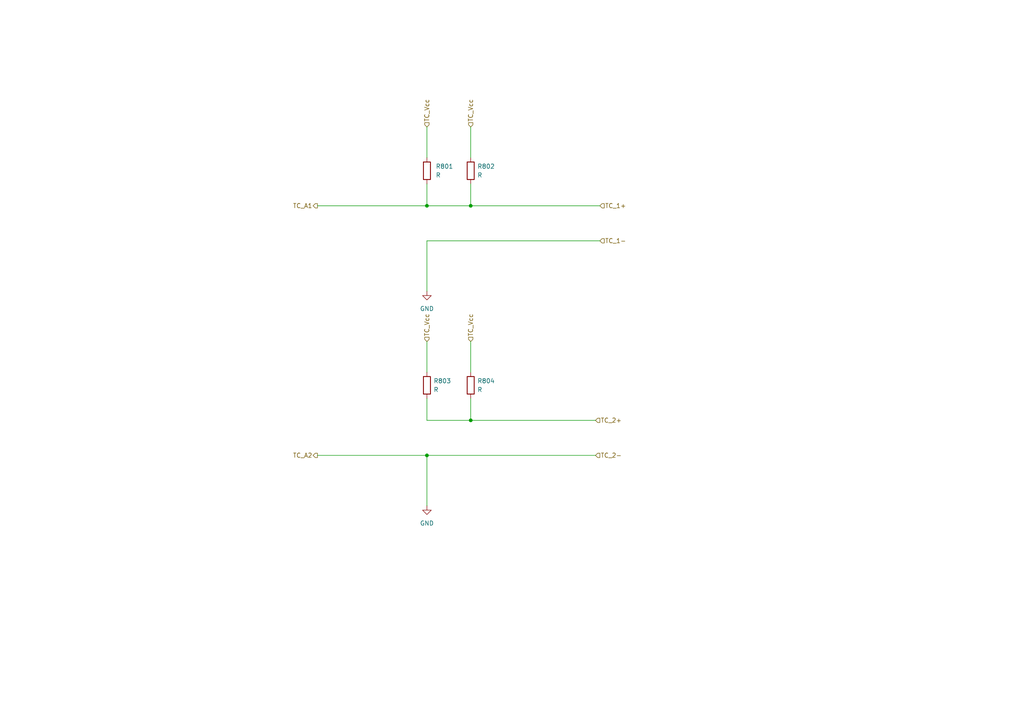
<source format=kicad_sch>
(kicad_sch (version 20211123) (generator eeschema)
  (paper "A4")
  (lib_symbols
    (symbol "Device:R" (pin_numbers hide) (pin_names (offset 0))
      (property "Reference" "R" (at 2.032 0 90))
      (property "Value" "R" (at 0 0 90))
      (symbol "R_0_1"
        (rectangle (start -1.016 -2.54) (end 1.016 2.54) (stroke (width 0.254)))
      )
      (symbol "R_1_1"
        (pin passive line (at 0 3.81 270) (length 1.27) (name "~") (number "1"))
        (pin passive line (at 0 -3.81 90) (length 1.27) (name "~") (number "2"))
      )
    )
    (symbol "power:GND" (power) (pin_names (offset 0))
      (property "Value" "GND" (at 0 -3.81 0))
      (symbol "GND_0_1"
        (polyline (pts (xy 0 0) (xy 0 -1.27) (xy 1.27 -1.27) (xy 0 -2.54) (xy -1.27 -1.27) (xy 0 -1.27)))
      )
      (symbol "GND_1_1"
        (pin power_in line (at 0 0 270) (length 0) hide (name "GND") (number "1"))
      )
    )
  )
  (junction (at 123.825 59.69))
  (junction (at 136.525 59.69))
  (junction (at 136.525 121.92))
  (junction (at 123.825 132.08))
  (wire (pts (xy 136.525 36.83) (xy 136.525 45.72)))
  (wire (pts (xy 92.075 59.69) (xy 123.825 59.69)))
  (wire (pts (xy 136.525 99.06) (xy 136.525 107.95)))
  (wire (pts (xy 92.075 132.08) (xy 123.825 132.08)))
  (wire (pts (xy 123.825 121.92) (xy 123.825 115.57)))
  (wire (pts (xy 136.525 115.57) (xy 136.525 121.92)))
  (wire (pts (xy 172.72 121.92) (xy 136.525 121.92)))
  (wire (pts (xy 136.525 59.69) (xy 123.825 59.69)))
  (wire (pts (xy 123.825 69.85) (xy 123.825 84.455)))
  (wire (pts (xy 136.525 53.34) (xy 136.525 59.69)))
  (wire (pts (xy 173.99 59.69) (xy 136.525 59.69)))
  (wire (pts (xy 123.825 99.06) (xy 123.825 107.95)))
  (wire (pts (xy 172.72 132.08) (xy 123.825 132.08)))
  (wire (pts (xy 173.99 69.85) (xy 123.825 69.85)))
  (wire (pts (xy 123.825 132.08) (xy 123.825 146.685)))
  (wire (pts (xy 123.825 36.83) (xy 123.825 45.72)))
  (wire (pts (xy 123.825 53.34) (xy 123.825 59.69)))
  (wire (pts (xy 136.525 121.92) (xy 123.825 121.92)))
  (hierarchical_label "TC_2+" (shape input) (at 172.72 121.92 0))
  (hierarchical_label "TC_Vcc" (shape input) (at 123.825 99.06 90))
  (hierarchical_label "TC_1-" (shape input) (at 173.99 69.85 0))
  (hierarchical_label "TC_Vcc" (shape input) (at 136.525 99.06 90))
  (hierarchical_label "TC_Vcc" (shape input) (at 136.525 36.83 90))
  (hierarchical_label "TC_A2" (shape output) (at 92.075 132.08 180))
  (hierarchical_label "TC_1+" (shape input) (at 173.99 59.69 0))
  (hierarchical_label "TC_Vcc" (shape input) (at 123.825 36.83 90))
  (hierarchical_label "TC_2-" (shape input) (at 172.72 132.08 0))
  (hierarchical_label "TC_A1" (shape output) (at 92.075 59.69 180))
  (symbol (lib_id "Device:R") (at 123.825 49.53 0) (unit 1)
    (property "Reference" "R801" (at 126.365 48.2599 0) (effects (justify left)))
    (property "Value" "R" (at 126.365 50.7999 0) (effects (justify left)))
    (property "Footprint" "Resistor_SMD:R_0603_1608Metric_Pad0.98x0.95mm_HandSolder" (effects hide))
  )
  (symbol (lib_id "power:GND") (at 123.825 84.455 0) (unit 1)
    (property "Reference" "#PWR0143" (effects hide))
    (property "Value" "GND" (at 123.825 89.535 0))
  )
  (symbol (lib_id "Device:R") (at 136.525 111.76 0) (unit 1)
    (property "Reference" "R804" (at 138.43 110.4899 0) (effects (justify left)))
    (property "Value" "R" (at 138.43 113.0299 0) (effects (justify left)))
    (property "Footprint" "Resistor_SMD:R_0603_1608Metric_Pad0.98x0.95mm_HandSolder" (effects hide))
  )
  (symbol (lib_id "Device:R") (at 123.825 111.76 0) (unit 1)
    (property "Reference" "R803" (at 125.73 110.4899 0) (effects (justify left)))
    (property "Value" "R" (at 125.73 113.0299 0) (effects (justify left)))
    (property "Footprint" "Resistor_SMD:R_0603_1608Metric_Pad0.98x0.95mm_HandSolder" (effects hide))
  )
  (symbol (lib_id "power:GND") (at 123.825 146.685 0) (unit 1)
    (property "Reference" "#PWR0140" (effects hide))
    (property "Value" "GND" (at 123.825 151.765 0))
  )
  (symbol (lib_id "Device:R") (at 136.525 49.53 0) (unit 1)
    (property "Reference" "R802" (at 138.43 48.2599 0) (effects (justify left)))
    (property "Value" "R" (at 138.43 50.7999 0) (effects (justify left)))
    (property "Footprint" "Resistor_SMD:R_0603_1608Metric_Pad0.98x0.95mm_HandSolder" (effects hide))
  )
)
</source>
